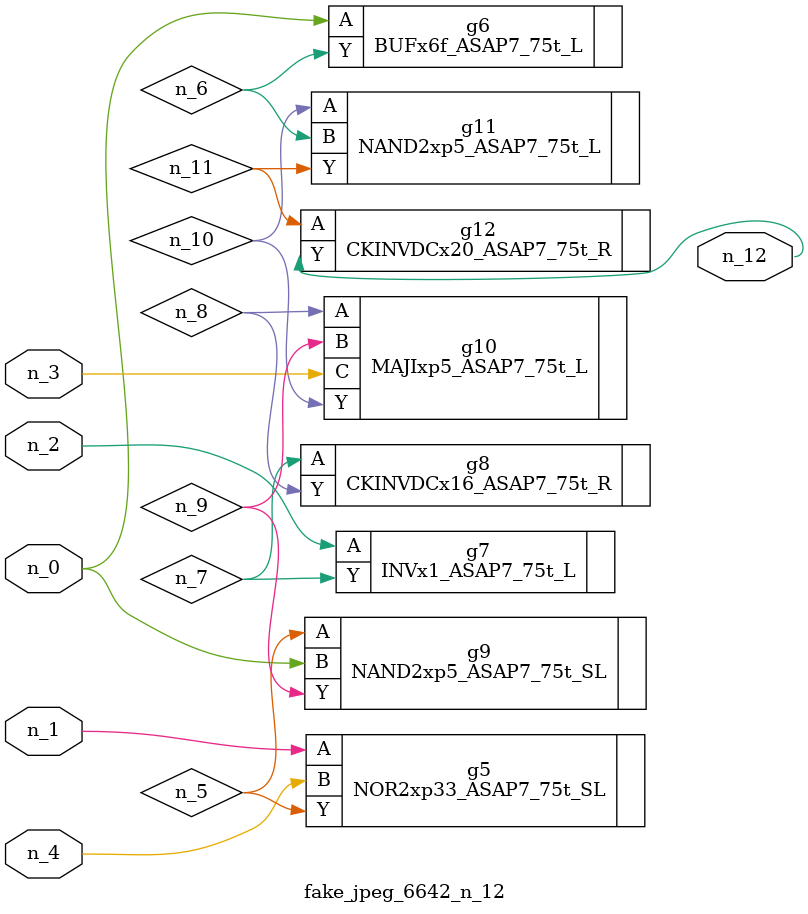
<source format=v>
module fake_jpeg_6642_n_12 (n_3, n_2, n_1, n_0, n_4, n_12);

input n_3;
input n_2;
input n_1;
input n_0;
input n_4;

output n_12;

wire n_11;
wire n_10;
wire n_8;
wire n_9;
wire n_6;
wire n_5;
wire n_7;

NOR2xp33_ASAP7_75t_SL g5 ( 
.A(n_1),
.B(n_4),
.Y(n_5)
);

BUFx6f_ASAP7_75t_L g6 ( 
.A(n_0),
.Y(n_6)
);

INVx1_ASAP7_75t_L g7 ( 
.A(n_2),
.Y(n_7)
);

CKINVDCx16_ASAP7_75t_R g8 ( 
.A(n_7),
.Y(n_8)
);

MAJIxp5_ASAP7_75t_L g10 ( 
.A(n_8),
.B(n_9),
.C(n_3),
.Y(n_10)
);

NAND2xp5_ASAP7_75t_SL g9 ( 
.A(n_5),
.B(n_0),
.Y(n_9)
);

NAND2xp5_ASAP7_75t_L g11 ( 
.A(n_10),
.B(n_6),
.Y(n_11)
);

CKINVDCx20_ASAP7_75t_R g12 ( 
.A(n_11),
.Y(n_12)
);


endmodule
</source>
